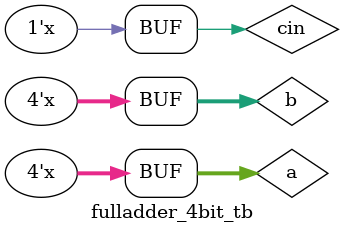
<source format=v>
module fulladder_4bit(sum,cout,a,b,cin);
  input [3:0]a,b;
  input cin;
  output [3:0]sum;
  output cout;
  
  wire p,q,r;
  
  fulladder f1(sum[0],p,a[0],b[0],cin);
  fulladder f2(sum[1],q,a[1],b[1],p);
  fulladder f3(sum[2],r,a[2],b[2],q);
  fulladder f4(sum[3],cout,a[3],b[3],r);
  
endmodule

module fulladder_4bit_tb;
  reg [3:0]a,b;
  reg cin;
  wire [3:0]sum;
  wire cout;
  
  fulladder_4bit dut (sum,cout,a,b,cin);
  
  initial
  begin
    a=4'b0; b=4'b0; cin=1'b0;
  end
    
  always #200 a=a+1;
  always #100 b=b+1;
  always #50 cin=~cin;
  
endmodule

</source>
